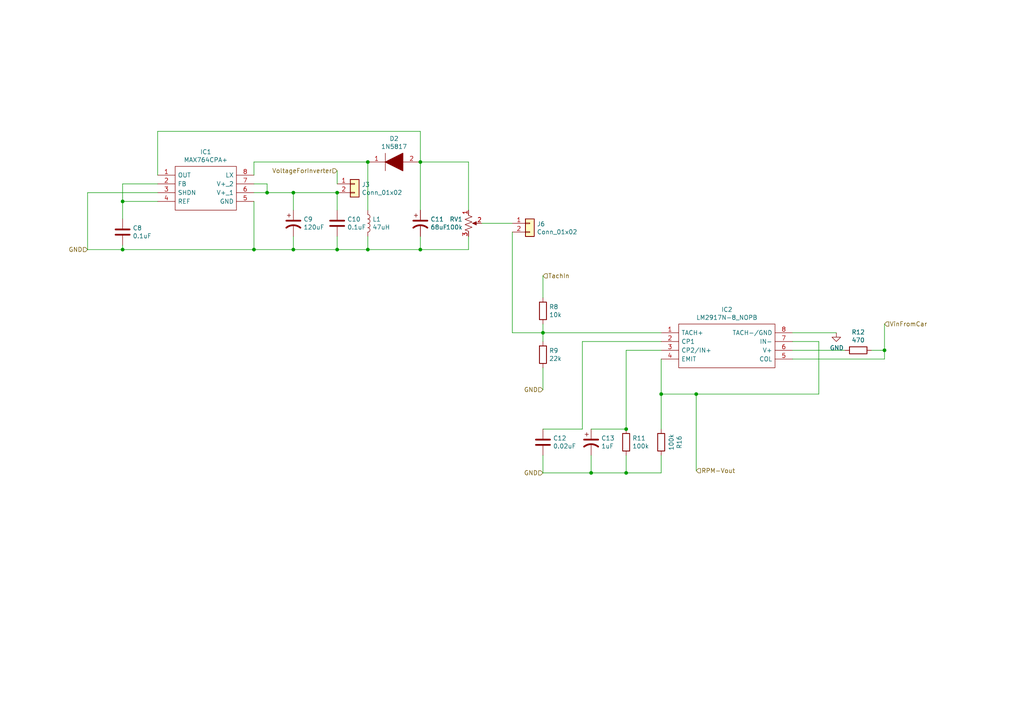
<source format=kicad_sch>
(kicad_sch (version 20231120) (generator "eeschema") (generator_version "8.0")
  (paper "A4")
  (lib_symbols
    (symbol "Connector_Generic:Conn_01x02" (pin_names (offset 1.016) hide)
      (property "Reference" "J" (at 0 2.54 0))
      (property "Value" "Conn_01x02" (at 0 -5.08 0))
      (symbol "Conn_01x02_1_1"
        (rectangle (start -1.27 -2.413) (end 0 -2.667) (stroke (width 0.1524)))
        (rectangle (start -1.27 0.127) (end 0 -0.127) (stroke (width 0.1524)))
        (rectangle (start -1.27 1.27) (end 1.27 -3.81) (stroke (width 0.254)) (fill (type background)))
        (pin passive line (at -5.08 0 0) (length 3.81) (name "Pin_1") (number "1"))
        (pin passive line (at -5.08 -2.54 0) (length 3.81) (name "Pin_2") (number "2"))
      )
    )
    (symbol "Device:C" (pin_numbers hide) (pin_names (offset 0.254))
      (property "Reference" "C" (at 0.635 2.54 0))
      (property "Value" "C" (at 0.635 -2.54 0))
      (symbol "C_0_1"
        (polyline (pts (xy -2.032 -0.762) (xy 2.032 -0.762)) (stroke (width 0.508)))
        (polyline (pts (xy -2.032 0.762) (xy 2.032 0.762)) (stroke (width 0.508)))
      )
      (symbol "C_1_1"
        (pin passive line (at 0 3.81 270) (length 2.794) (name "~") (number "1"))
        (pin passive line (at 0 -3.81 90) (length 2.794) (name "~") (number "2"))
      )
    )
    (symbol "Device:CP1" (pin_numbers hide) (pin_names (offset 0.254) hide)
      (property "Reference" "C" (at 0.635 2.54 0))
      (property "Value" "Device_CP1" (at 0.635 -2.54 0))
      (symbol "CP1_0_1"
        (polyline (pts (xy -2.032 0.762) (xy 2.032 0.762)) (stroke (width 0.508)))
        (polyline (pts (xy -1.778 2.286) (xy -0.762 2.286)))
        (polyline (pts (xy -1.27 1.778) (xy -1.27 2.794)))
        (arc (start 2.032 -1.27) (mid 0 -0.5572) (end -2.032 -1.27) (stroke (width 0.508)))
      )
      (symbol "CP1_1_1"
        (pin passive line (at 0 3.81 270) (length 2.794) (name "~") (number "1"))
        (pin passive line (at 0 -3.81 90) (length 3.302) (name "~") (number "2"))
      )
    )
    (symbol "Device:L" (pin_numbers hide) (pin_names (offset 1.016) hide)
      (property "Reference" "L" (at -1.27 0 90))
      (property "Value" "L" (at 1.905 0 90))
      (symbol "L_0_1"
        (arc (start 0 -2.54) (mid 0.6323 -1.905) (end 0 -1.27))
        (arc (start 0 -1.27) (mid 0.6323 -0.635) (end 0 0))
        (arc (start 0 0) (mid 0.6323 0.635) (end 0 1.27))
        (arc (start 0 1.27) (mid 0.6323 1.905) (end 0 2.54))
      )
      (symbol "L_1_1"
        (pin passive line (at 0 3.81 270) (length 1.27) (name "1") (number "1"))
        (pin passive line (at 0 -3.81 90) (length 1.27) (name "2") (number "2"))
      )
    )
    (symbol "Device:R" (pin_numbers hide) (pin_names (offset 0))
      (property "Reference" "R" (at 2.032 0 90))
      (property "Value" "R" (at 0 0 90))
      (symbol "R_0_1"
        (rectangle (start -1.016 -2.54) (end 1.016 2.54) (stroke (width 0.254)))
      )
      (symbol "R_1_1"
        (pin passive line (at 0 3.81 270) (length 1.27) (name "~") (number "1"))
        (pin passive line (at 0 -3.81 90) (length 1.27) (name "~") (number "2"))
      )
    )
    (symbol "Device:R_POT_US" (pin_names (offset 1.016) hide)
      (property "Reference" "RV" (at -4.445 0 90))
      (property "Value" "Device_R_POT_US" (at -2.54 0 90))
      (symbol "R_POT_US_0_1"
        (polyline (pts (xy 0 -2.286) (xy 0 -2.54)))
        (polyline (pts (xy 0 2.54) (xy 0 2.286)))
        (polyline (pts (xy 2.54 0) (xy 1.524 0)))
        (polyline (pts (xy 1.143 0) (xy 2.286 0.508) (xy 2.286 -0.508) (xy 1.143 0)) (fill (type outline)))
        (polyline (pts (xy 0 -0.762) (xy 1.016 -1.143) (xy 0 -1.524) (xy -1.016 -1.905) (xy 0 -2.286)))
        (polyline (pts (xy 0 0.762) (xy 1.016 0.381) (xy 0 0) (xy -1.016 -0.381) (xy 0 -0.762)))
        (polyline (pts (xy 0 2.286) (xy 1.016 1.905) (xy 0 1.524) (xy -1.016 1.143) (xy 0 0.762)))
      )
      (symbol "R_POT_US_1_1"
        (pin passive line (at 0 3.81 270) (length 1.27) (name "1") (number "1"))
        (pin passive line (at 3.81 0 180) (length 1.27) (name "2") (number "2"))
        (pin passive line (at 0 -3.81 90) (length 1.27) (name "3") (number "3"))
      )
    )
    (symbol "SamacSys_Parts:1N5817" (pin_names (offset 0.762))
      (property "Reference" "D" (at 11.43 5.08 0))
      (property "Value" "SamacSys_Parts_1N5817" (at 11.43 2.54 0))
      (symbol "1N5817_0_0"
        (pin passive line (at 0 0 0) (length 5.08) (name "~") (number "1"))
        (pin passive line (at 15.24 0 180) (length 5.08) (name "~") (number "2"))
      )
      (symbol "1N5817_0_1"
        (polyline (pts (xy 5.08 2.54) (xy 5.08 -2.54)) (stroke (width 0.1524)))
        (polyline (pts (xy 5.08 0) (xy 10.16 2.54) (xy 10.16 -2.54) (xy 5.08 0)) (stroke (width 0.254)) (fill (type outline)))
      )
    )
    (symbol "SamacSys_Parts:LM2917N-8_NOPB" (pin_names (offset 0.762))
      (property "Reference" "IC" (at 34.29 7.62 0))
      (property "Value" "SamacSys_Parts_LM2917N-8_NOPB" (at 34.29 5.08 0))
      (symbol "LM2917N-8_NOPB_0_0"
        (pin passive line (at 0 0 0) (length 5.08) (name "TACH+") (number "1"))
        (pin passive line (at 0 -2.54 0) (length 5.08) (name "CP1") (number "2"))
        (pin passive line (at 0 -5.08 0) (length 5.08) (name "CP2/IN+") (number "3"))
        (pin passive line (at 0 -7.62 0) (length 5.08) (name "EMIT") (number "4"))
        (pin passive line (at 38.1 -7.62 180) (length 5.08) (name "COL") (number "5"))
        (pin passive line (at 38.1 -5.08 180) (length 5.08) (name "V+") (number "6"))
        (pin passive line (at 38.1 -2.54 180) (length 5.08) (name "IN-") (number "7"))
        (pin passive line (at 38.1 0 180) (length 5.08) (name "TACH-/GND") (number "8"))
      )
      (symbol "LM2917N-8_NOPB_0_1"
        (polyline (pts (xy 5.08 2.54) (xy 33.02 2.54) (xy 33.02 -10.16) (xy 5.08 -10.16) (xy 5.08 2.54)) (stroke (width 0.1524)))
      )
    )
    (symbol "SamacSys_Parts:MAX764CPA+" (pin_names (offset 0.762))
      (property "Reference" "IC" (at 24.13 7.62 0))
      (property "Value" "SamacSys_Parts_MAX764CPA+" (at 24.13 5.08 0))
      (symbol "MAX764CPA+_0_0"
        (pin passive line (at 0 0 0) (length 5.08) (name "OUT") (number "1"))
        (pin passive line (at 0 -2.54 0) (length 5.08) (name "FB") (number "2"))
        (pin passive line (at 0 -5.08 0) (length 5.08) (name "SHDN") (number "3"))
        (pin passive line (at 0 -7.62 0) (length 5.08) (name "REF") (number "4"))
        (pin passive line (at 27.94 -7.62 180) (length 5.08) (name "GND") (number "5"))
        (pin passive line (at 27.94 -5.08 180) (length 5.08) (name "V+_1") (number "6"))
        (pin passive line (at 27.94 -2.54 180) (length 5.08) (name "V+_2") (number "7"))
        (pin passive line (at 27.94 0 180) (length 5.08) (name "LX") (number "8"))
      )
      (symbol "MAX764CPA+_0_1"
        (polyline (pts (xy 5.08 2.54) (xy 22.86 2.54) (xy 22.86 -10.16) (xy 5.08 -10.16) (xy 5.08 2.54)) (stroke (width 0.1524)))
      )
    )
    (symbol "power:GND" (power) (pin_names (offset 0))
      (property "Value" "GND" (at 0 -3.81 0))
      (symbol "GND_0_1"
        (polyline (pts (xy 0 0) (xy 0 -1.27) (xy 1.27 -1.27) (xy 0 -2.54) (xy -1.27 -1.27) (xy 0 -1.27)))
      )
      (symbol "GND_1_1"
        (pin power_in line (at 0 0 270) (length 0) hide (name "GND") (number "1"))
      )
    )
  )
  (junction (at 157.48 96.52))
  (junction (at 77.47 55.88))
  (junction (at 85.09 55.88))
  (junction (at 85.09 72.39))
  (junction (at 73.66 72.39))
  (junction (at 256.54 101.6))
  (junction (at 191.77 114.3))
  (junction (at 97.79 55.88))
  (junction (at 106.68 46.99))
  (junction (at 201.93 114.3))
  (junction (at 181.61 124.46))
  (junction (at 35.56 72.39))
  (junction (at 121.92 46.99))
  (junction (at 35.56 58.42))
  (junction (at 106.68 72.39))
  (junction (at 181.61 137.16))
  (junction (at 171.45 137.16))
  (junction (at 121.92 72.39))
  (junction (at 97.79 72.39))
  (wire (pts (xy 135.89 46.99) (xy 121.92 46.99)))
  (wire (pts (xy 35.56 72.39) (xy 73.66 72.39)))
  (wire (pts (xy 73.66 72.39) (xy 85.09 72.39)))
  (wire (pts (xy 106.68 60.96) (xy 106.68 46.99)))
  (wire (pts (xy 73.66 46.99) (xy 73.66 50.8)))
  (wire (pts (xy 121.92 72.39) (xy 135.89 72.39)))
  (wire (pts (xy 25.4 72.39) (xy 25.4 55.88)))
  (wire (pts (xy 148.59 96.52) (xy 157.48 96.52)))
  (wire (pts (xy 191.77 114.3) (xy 191.77 104.14)))
  (wire (pts (xy 256.54 93.98) (xy 256.54 101.6)))
  (wire (pts (xy 35.56 71.12) (xy 35.56 72.39)))
  (wire (pts (xy 121.92 72.39) (xy 121.92 68.58)))
  (wire (pts (xy 139.7 64.77) (xy 148.59 64.77)))
  (wire (pts (xy 35.56 63.5) (xy 35.56 58.42)))
  (wire (pts (xy 157.48 113.03) (xy 157.48 106.68)))
  (wire (pts (xy 181.61 132.08) (xy 181.61 137.16)))
  (wire (pts (xy 157.48 137.16) (xy 171.45 137.16)))
  (wire (pts (xy 191.77 124.46) (xy 191.77 114.3)))
  (wire (pts (xy 201.93 114.3) (xy 201.93 136.525)))
  (wire (pts (xy 25.4 55.88) (xy 45.72 55.88)))
  (wire (pts (xy 252.73 101.6) (xy 256.54 101.6)))
  (wire (pts (xy 157.48 96.52) (xy 157.48 99.06)))
  (wire (pts (xy 85.09 55.88) (xy 77.47 55.88)))
  (wire (pts (xy 106.68 72.39) (xy 121.92 72.39)))
  (wire (pts (xy 157.48 96.52) (xy 191.77 96.52)))
  (wire (pts (xy 121.92 46.99) (xy 121.92 60.96)))
  (wire (pts (xy 181.61 124.46) (xy 171.45 124.46)))
  (wire (pts (xy 148.59 67.31) (xy 148.59 96.52)))
  (wire (pts (xy 171.45 137.16) (xy 181.61 137.16)))
  (wire (pts (xy 97.79 72.39) (xy 106.68 72.39)))
  (wire (pts (xy 121.92 38.1) (xy 121.92 46.99)))
  (wire (pts (xy 168.91 124.46) (xy 168.91 99.06)))
  (wire (pts (xy 157.48 80.01) (xy 157.48 86.36)))
  (wire (pts (xy 181.61 124.46) (xy 181.61 101.6)))
  (wire (pts (xy 157.48 132.08) (xy 157.48 137.16)))
  (wire (pts (xy 35.56 53.34) (xy 45.72 53.34)))
  (wire (pts (xy 229.87 99.06) (xy 237.49 99.06)))
  (wire (pts (xy 106.68 46.99) (xy 73.66 46.99)))
  (wire (pts (xy 35.56 58.42) (xy 35.56 53.34)))
  (wire (pts (xy 97.79 72.39) (xy 97.79 68.58)))
  (wire (pts (xy 35.56 72.39) (xy 25.4 72.39)))
  (wire (pts (xy 229.87 101.6) (xy 245.11 101.6)))
  (wire (pts (xy 85.09 72.39) (xy 97.79 72.39)))
  (wire (pts (xy 181.61 137.16) (xy 191.77 137.16)))
  (wire (pts (xy 45.72 58.42) (xy 35.56 58.42)))
  (wire (pts (xy 201.93 114.3) (xy 191.77 114.3)))
  (wire (pts (xy 168.91 99.06) (xy 191.77 99.06)))
  (wire (pts (xy 237.49 99.06) (xy 237.49 114.3)))
  (wire (pts (xy 242.57 96.52) (xy 229.87 96.52)))
  (wire (pts (xy 73.66 72.39) (xy 73.66 58.42)))
  (wire (pts (xy 97.79 49.53) (xy 97.79 53.34)))
  (wire (pts (xy 85.09 60.96) (xy 85.09 55.88)))
  (wire (pts (xy 73.66 53.34) (xy 77.47 53.34)))
  (wire (pts (xy 97.79 55.88) (xy 85.09 55.88)))
  (wire (pts (xy 45.72 50.8) (xy 45.72 38.1)))
  (wire (pts (xy 135.89 72.39) (xy 135.89 68.58)))
  (wire (pts (xy 45.72 38.1) (xy 121.92 38.1)))
  (wire (pts (xy 229.87 104.14) (xy 256.54 104.14)))
  (wire (pts (xy 135.89 60.96) (xy 135.89 46.99)))
  (wire (pts (xy 97.79 60.96) (xy 97.79 55.88)))
  (wire (pts (xy 157.48 93.98) (xy 157.48 96.52)))
  (wire (pts (xy 77.47 53.34) (xy 77.47 55.88)))
  (wire (pts (xy 191.77 132.08) (xy 191.77 137.16)))
  (wire (pts (xy 237.49 114.3) (xy 201.93 114.3)))
  (wire (pts (xy 171.45 132.08) (xy 171.45 137.16)))
  (wire (pts (xy 181.61 101.6) (xy 191.77 101.6)))
  (wire (pts (xy 106.68 72.39) (xy 106.68 68.58)))
  (wire (pts (xy 256.54 104.14) (xy 256.54 101.6)))
  (wire (pts (xy 85.09 68.58) (xy 85.09 72.39)))
  (wire (pts (xy 157.48 124.46) (xy 168.91 124.46)))
  (wire (pts (xy 77.47 55.88) (xy 73.66 55.88)))
  (hierarchical_label "VinFromCar" (shape input) (at 256.54 93.98 0))
  (hierarchical_label "GND" (shape input) (at 157.48 137.16 180))
  (hierarchical_label "TachIn" (shape input) (at 157.48 80.01 0))
  (hierarchical_label "VoltageForInverter" (shape input) (at 97.79 49.53 180))
  (hierarchical_label "GND" (shape input) (at 25.4 72.39 180))
  (hierarchical_label "RPM-Vout" (shape input) (at 201.93 136.525 0))
  (hierarchical_label "GND" (shape input) (at 157.48 113.03 180))
  (symbol (lib_id "power:GND") (at 242.57 96.52 0) (unit 1)
    (property "Reference" "#PWR022" (effects (hide yes)))
    (property "Value" "GND" (at 242.697 100.9142 0))
  )
  (symbol (lib_id "Device:C") (at 35.56 67.31 0) (unit 1)
    (property "Reference" "C8" (at 38.481 66.1416 0) (effects (justify left)))
    (property "Value" "0.1uF" (at 38.481 68.453 0) (effects (justify left)))
    (property "Footprint" "Resistor_SMD:R_1206_3216Metric_Pad1.30x1.75mm_HandSolder" (effects (hide yes)))
  )
  (symbol (lib_id "Device:R") (at 191.77 128.27 0) (unit 1)
    (property "Reference" "R16" (at 197.0278 128.27 90))
    (property "Value" "100k" (at 194.7164 128.27 90))
    (property "Footprint" "Resistor_SMD:R_1206_3216Metric_Pad1.30x1.75mm_HandSolder" (effects (hide yes)))
  )
  (symbol (lib_id "Connector_Generic:Conn_01x02") (at 153.67 64.77 0) (unit 1)
    (property "Reference" "J6" (at 155.702 64.9732 0) (effects (justify left)))
    (property "Value" "Conn_01x02" (at 155.702 67.2846 0) (effects (justify left)))
    (property "Footprint" "Connector_PinHeader_2.54mm:PinHeader_1x02_P2.54mm_Vertical_SMD_Pin1Left" (effects (hide yes)))
  )
  (symbol (lib_id "Device:R_POT_US") (at 135.89 64.77 0) (unit 1)
    (property "Reference" "RV1" (at 134.1882 63.6016 0) (effects (justify right)))
    (property "Value" "100k" (at 134.1882 65.913 0) (effects (justify right)))
    (property "Footprint" "Potentiometer_THT:Potentiometer_Bourns_3296W_Vertical" (effects (hide yes)))
  )
  (symbol (lib_id "Device:R") (at 181.61 128.27 0) (unit 1)
    (property "Reference" "R11" (at 183.388 127.1016 0) (effects (justify left)))
    (property "Value" "100k" (at 183.388 129.413 0) (effects (justify left)))
    (property "Footprint" "Resistor_SMD:R_1206_3216Metric_Pad1.30x1.75mm_HandSolder" (effects (hide yes)))
  )
  (symbol (lib_id "Connector_Generic:Conn_01x02") (at 102.87 53.34 0) (unit 1)
    (property "Reference" "J3" (at 104.902 53.5432 0) (effects (justify left)))
    (property "Value" "Conn_01x02" (at 104.902 55.8546 0) (effects (justify left)))
    (property "Footprint" "Connector_PinHeader_2.54mm:PinHeader_1x02_P2.54mm_Vertical_SMD_Pin1Left" (effects (hide yes)))
  )
  (symbol (lib_id "Device:CP1") (at 171.45 128.27 0) (unit 1)
    (property "Reference" "C13" (at 174.371 127.1016 0) (effects (justify left)))
    (property "Value" "1uF" (at 174.371 129.413 0) (effects (justify left)))
    (property "Footprint" "Capacitor_THT:CP_Radial_D4.0mm_P1.50mm" (effects (hide yes)))
  )
  (symbol (lib_id "Device:R") (at 157.48 90.17 0) (unit 1)
    (property "Reference" "R8" (at 159.258 89.0016 0) (effects (justify left)))
    (property "Value" "10k" (at 159.258 91.313 0) (effects (justify left)))
    (property "Footprint" "Resistor_SMD:R_1206_3216Metric_Pad1.30x1.75mm_HandSolder" (effects (hide yes)))
  )
  (symbol (lib_id "Device:L") (at 106.68 64.77 0) (unit 1)
    (property "Reference" "L1" (at 108.0262 63.6016 0) (effects (justify left)))
    (property "Value" "47uH" (at 108.0262 65.913 0) (effects (justify left)))
    (property "Footprint" "Inductor_THT:L_Axial_L7.0mm_D3.3mm_P10.16mm_Horizontal_Fastron_MICC" (effects (hide yes)))
  )
  (symbol (lib_id "Device:CP1") (at 121.92 64.77 0) (unit 1)
    (property "Reference" "C11" (at 124.841 63.6016 0) (effects (justify left)))
    (property "Value" "68uF" (at 124.841 65.913 0) (effects (justify left)))
    (property "Footprint" "Capacitor_THT:CP_Radial_D8.0mm_P5.00mm" (effects (hide yes)))
  )
  (symbol (lib_id "Device:C") (at 97.79 64.77 0) (unit 1)
    (property "Reference" "C10" (at 100.711 63.6016 0) (effects (justify left)))
    (property "Value" "0.1uF" (at 100.711 65.913 0) (effects (justify left)))
    (property "Footprint" "Resistor_SMD:R_1206_3216Metric_Pad1.30x1.75mm_HandSolder" (effects (hide yes)))
  )
  (symbol (lib_id "Device:CP1") (at 85.09 64.77 0) (unit 1)
    (property "Reference" "C9" (at 88.011 63.6016 0) (effects (justify left)))
    (property "Value" "120uF" (at 88.011 65.913 0) (effects (justify left)))
    (property "Footprint" "Capacitor_THT:CP_Radial_D8.0mm_P5.00mm" (effects (hide yes)))
  )
  (symbol (lib_id "Device:R") (at 248.92 101.6 90) (unit 1)
    (property "Reference" "R12" (at 248.92 96.3422 90))
    (property "Value" "470" (at 248.92 98.6536 90))
    (property "Footprint" "Resistor_SMD:R_1206_3216Metric_Pad1.30x1.75mm_HandSolder" (effects (hide yes)))
  )
  (symbol (lib_id "SamacSys_Parts:MAX764CPA+") (at 45.72 50.8 0) (unit 1)
    (property "Reference" "IC1" (at 59.69 44.069 0))
    (property "Value" "MAX764CPA+" (at 59.69 46.3804 0))
    (property "Footprint" "SamacSys_Parts:DIP762W56P254L938H457Q8N" (effects (hide yes)))
    (property "Description" "MAX764CPA+, Switching Regulator, Buck Controller, 0.26A Adj./Fixed, -1 to -16V, 300kHz, 8-Pin PDIP N" (effects (hide yes)))
    (property "Height" "4.572" (effects (hide yes)))
    (property "Mouser Part Number" "700-MAX764CPA" (effects (hide yes)))
    (property "Mouser Price/Stock" "https://www.mouser.co.uk/ProductDetail/Maxim-Integrated/MAX764CPA%2b?qs=1THa7WoU59Fx8KnqjVs4NQ%3D%3D" (effects (hide yes)))
    (property "Manufacturer_Name" "Maxim Integrated" (effects (hide yes)))
    (property "Manufacturer_Part_Number" "MAX764CPA+" (effects (hide yes)))
  )
  (symbol (lib_id "SamacSys_Parts:1N5817") (at 106.68 46.99 0) (unit 1)
    (property "Reference" "D2" (at 114.3 40.2082 0))
    (property "Value" "1N5817" (at 114.3 42.5196 0))
    (property "Footprint" "SamacSys_Parts:DIOAD1414W86L464D238" (effects (hide yes)))
    (property "Datasheet" "http://www.st.com/web/en/resource/technical/document/datasheet/CD00001625.pdf" (effects (hide yes)))
    (property "Description" "1N5817, Schottky Diode,  1A max, 20V, 2-Pin, DO-41" (effects (hide yes)))
    (property "Mouser Part Number" "511-1N5817" (effects (hide yes)))
    (property "Mouser Price/Stock" "https://www.mouser.co.uk/ProductDetail/STMicroelectronics/1N5817?qs=JV7lzlMm3yKNnxZdh%252BSMnw%3D%3D" (effects (hide yes)))
    (property "Manufacturer_Name" "STMicroelectronics" (effects (hide yes)))
    (property "Manufacturer_Part_Number" "1N5817" (effects (hide yes)))
  )
  (symbol (lib_id "Device:C") (at 157.48 128.27 0) (unit 1)
    (property "Reference" "C12" (at 160.401 127.1016 0) (effects (justify left)))
    (property "Value" "0.02uF" (at 160.401 129.413 0) (effects (justify left)))
    (property "Footprint" "Resistor_SMD:R_1206_3216Metric_Pad1.30x1.75mm_HandSolder" (effects (hide yes)))
  )
  (symbol (lib_id "SamacSys_Parts:LM2917N-8_NOPB") (at 191.77 96.52 0) (unit 1)
    (property "Reference" "IC2" (at 210.82 89.789 0))
    (property "Value" "LM2917N-8_NOPB" (at 210.82 92.1004 0))
    (property "Footprint" "SamacSys_Parts:DIP794W53P254L959H508Q8N" (effects (hide yes)))
    (property "Datasheet" "http://www.ti.com/lit/gpn/lm2917-n" (effects (hide yes)))
    (property "Description" "Frequency to Voltage Converter" (effects (hide yes)))
    (property "Height" "5.08" (effects (hide yes)))
    (property "Mouser Part Number" "926-LM2917N-8/NOPB" (effects (hide yes)))
    (property "Mouser Price/Stock" "https://www.mouser.co.uk/ProductDetail/Texas-Instruments/LM2917N-8-NOPB?qs=X1J7HmVL2ZHezbIGjS%252B%252BVQ%3D%3D" (effects (hide yes)))
    (property "Manufacturer_Name" "Texas Instruments" (effects (hide yes)))
    (property "Manufacturer_Part_Number" "LM2917N-8/NOPB" (effects (hide yes)))
  )
  (symbol (lib_id "Device:R") (at 157.48 102.87 0) (unit 1)
    (property "Reference" "R9" (at 159.258 101.7016 0) (effects (justify left)))
    (property "Value" "22k" (at 159.258 104.013 0) (effects (justify left)))
    (property "Footprint" "Resistor_SMD:R_1206_3216Metric_Pad1.30x1.75mm_HandSolder" (effects (hide yes)))
  )
)
</source>
